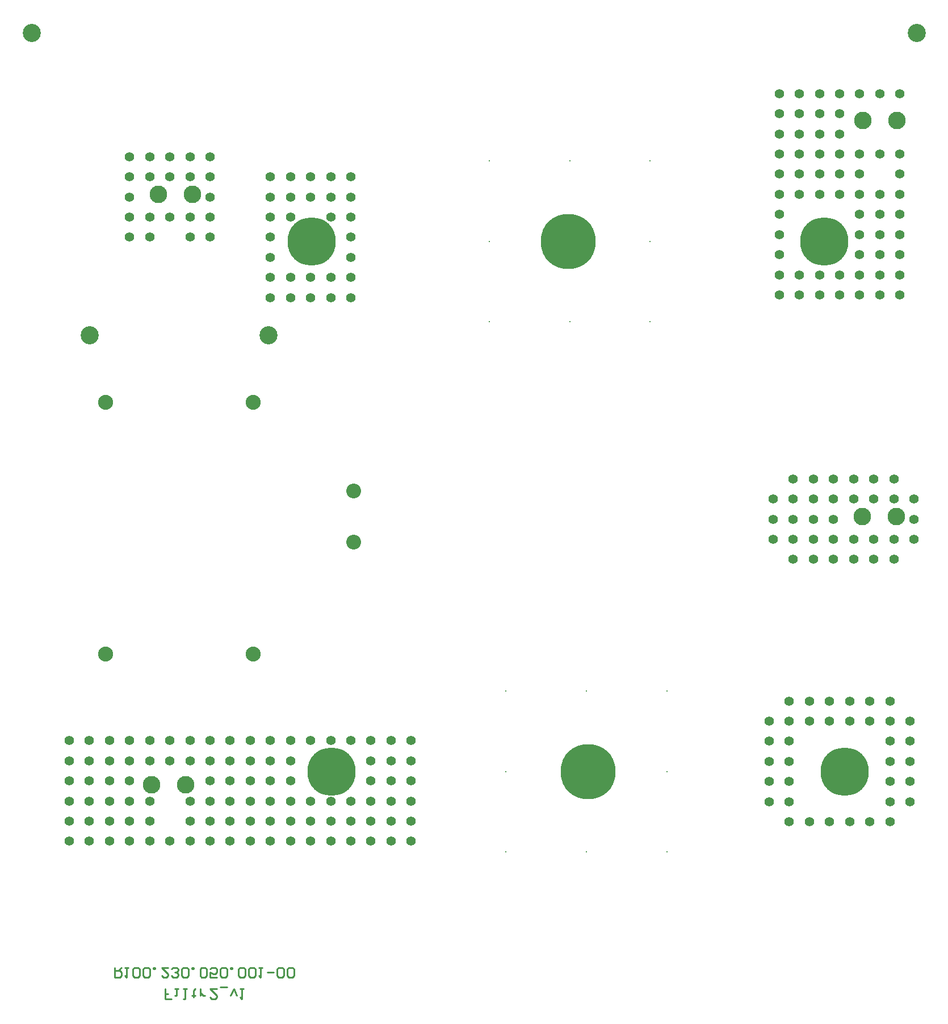
<source format=gbs>
G04 Layer_Color=16711935*
%FSLAX24Y24*%
%MOIN*%
G70*
G01*
G75*
%ADD22C,0.0098*%
%ADD24C,0.0867*%
%ADD25C,0.1030*%
%ADD26C,0.1064*%
%ADD27C,0.0880*%
%ADD28C,0.3230*%
%ADD29C,0.2836*%
%ADD30C,0.0080*%
%ADD31C,0.0552*%
D22*
X5661Y5039D02*
Y4449D01*
X5956D01*
X6055Y4547D01*
Y4744D01*
X5956Y4842D01*
X5661D01*
X5858D02*
X6055Y5039D01*
X6252D02*
X6448D01*
X6350D01*
Y4449D01*
X6252Y4547D01*
X6743D02*
X6842Y4449D01*
X7039D01*
X7137Y4547D01*
Y4941D01*
X7039Y5039D01*
X6842D01*
X6743Y4941D01*
Y4547D01*
X7334D02*
X7432Y4449D01*
X7629D01*
X7727Y4547D01*
Y4941D01*
X7629Y5039D01*
X7432D01*
X7334Y4941D01*
Y4547D01*
X7924Y5039D02*
Y4941D01*
X8023D01*
Y5039D01*
X7924D01*
X8810D02*
X8416D01*
X8810Y4646D01*
Y4547D01*
X8711Y4449D01*
X8515D01*
X8416Y4547D01*
X9007D02*
X9105Y4449D01*
X9302D01*
X9400Y4547D01*
Y4646D01*
X9302Y4744D01*
X9203D01*
X9302D01*
X9400Y4842D01*
Y4941D01*
X9302Y5039D01*
X9105D01*
X9007Y4941D01*
X9597Y4547D02*
X9695Y4449D01*
X9892D01*
X9990Y4547D01*
Y4941D01*
X9892Y5039D01*
X9695D01*
X9597Y4941D01*
Y4547D01*
X10187Y5039D02*
Y4941D01*
X10286D01*
Y5039D01*
X10187D01*
X10679Y4547D02*
X10778Y4449D01*
X10974D01*
X11073Y4547D01*
Y4941D01*
X10974Y5039D01*
X10778D01*
X10679Y4941D01*
Y4547D01*
X11663Y4449D02*
X11270D01*
Y4744D01*
X11466Y4646D01*
X11565D01*
X11663Y4744D01*
Y4941D01*
X11565Y5039D01*
X11368D01*
X11270Y4941D01*
X11860Y4547D02*
X11958Y4449D01*
X12155D01*
X12254Y4547D01*
Y4941D01*
X12155Y5039D01*
X11958D01*
X11860Y4941D01*
Y4547D01*
X12450Y5039D02*
Y4941D01*
X12549D01*
Y5039D01*
X12450D01*
X12942Y4547D02*
X13041Y4449D01*
X13237D01*
X13336Y4547D01*
Y4941D01*
X13237Y5039D01*
X13041D01*
X12942Y4941D01*
Y4547D01*
X13533D02*
X13631Y4449D01*
X13828D01*
X13926Y4547D01*
Y4941D01*
X13828Y5039D01*
X13631D01*
X13533Y4941D01*
Y4547D01*
X14123Y5039D02*
X14320D01*
X14221D01*
Y4449D01*
X14123Y4547D01*
X14615Y4744D02*
X15009D01*
X15205Y4547D02*
X15304Y4449D01*
X15500D01*
X15599Y4547D01*
Y4941D01*
X15500Y5039D01*
X15304D01*
X15205Y4941D01*
Y4547D01*
X15796D02*
X15894Y4449D01*
X16091D01*
X16189Y4547D01*
Y4941D01*
X16091Y5039D01*
X15894D01*
X15796Y4941D01*
Y4547D01*
X9007Y3203D02*
X8613D01*
Y3498D01*
X8810D01*
X8613D01*
Y3794D01*
X9203D02*
X9400D01*
X9302D01*
Y3400D01*
X9203D01*
X9695Y3794D02*
X9892D01*
X9794D01*
Y3203D01*
X9695D01*
X10286Y3302D02*
Y3400D01*
X10187D01*
X10384D01*
X10286D01*
Y3695D01*
X10384Y3794D01*
X10679Y3400D02*
Y3794D01*
Y3597D01*
X10778Y3498D01*
X10876Y3400D01*
X10974D01*
X11663Y3794D02*
X11270D01*
X11663Y3400D01*
Y3302D01*
X11565Y3203D01*
X11368D01*
X11270Y3302D01*
X11860Y3892D02*
X12254D01*
X12450Y3400D02*
X12647Y3794D01*
X12844Y3400D01*
X13041Y3794D02*
X13237D01*
X13139D01*
Y3203D01*
X13041Y3302D01*
D24*
X19685Y29996D02*
D03*
Y32996D02*
D03*
D25*
X7843Y15748D02*
D03*
X9843D02*
D03*
X49606Y54724D02*
D03*
X51606D02*
D03*
X8236Y50394D02*
D03*
X10236D02*
D03*
X49575Y31496D02*
D03*
X51575D02*
D03*
D26*
X14699Y42126D02*
D03*
X4199D02*
D03*
X787Y59843D02*
D03*
X52756D02*
D03*
D27*
X5118Y38189D02*
D03*
Y23425D02*
D03*
X13780Y38189D02*
D03*
Y23425D02*
D03*
D28*
X32283Y47638D02*
D03*
X33465Y16535D02*
D03*
D29*
X47343Y47638D02*
D03*
X17224D02*
D03*
X48524Y16535D02*
D03*
X18406D02*
D03*
D30*
X37106Y42913D02*
D03*
X32382D02*
D03*
X27657D02*
D03*
Y47638D02*
D03*
X37106D02*
D03*
X27657Y52362D02*
D03*
X32382D02*
D03*
X37106D02*
D03*
X28642Y11811D02*
D03*
X33366D02*
D03*
X38091D02*
D03*
X28642Y16535D02*
D03*
X38091D02*
D03*
Y21260D02*
D03*
X33366D02*
D03*
X28642D02*
D03*
D31*
X23071Y18346D02*
D03*
Y17165D02*
D03*
Y15984D02*
D03*
Y14803D02*
D03*
Y13622D02*
D03*
Y12441D02*
D03*
X21890Y18346D02*
D03*
Y17165D02*
D03*
Y15984D02*
D03*
Y14803D02*
D03*
Y13622D02*
D03*
Y12441D02*
D03*
X20709Y18346D02*
D03*
Y17165D02*
D03*
Y15984D02*
D03*
Y14803D02*
D03*
Y13622D02*
D03*
Y12441D02*
D03*
X19528Y18346D02*
D03*
Y14803D02*
D03*
Y13622D02*
D03*
Y12441D02*
D03*
X18346Y18346D02*
D03*
Y14803D02*
D03*
Y13622D02*
D03*
Y12441D02*
D03*
X17165Y18346D02*
D03*
Y14803D02*
D03*
Y13622D02*
D03*
Y12441D02*
D03*
X15984Y18346D02*
D03*
Y17165D02*
D03*
Y15984D02*
D03*
Y14803D02*
D03*
Y13622D02*
D03*
Y12441D02*
D03*
X14803Y18346D02*
D03*
Y17165D02*
D03*
Y15984D02*
D03*
Y14803D02*
D03*
Y13622D02*
D03*
Y12441D02*
D03*
X13622Y18346D02*
D03*
Y17165D02*
D03*
Y15984D02*
D03*
Y14803D02*
D03*
Y13622D02*
D03*
Y12441D02*
D03*
X12441Y18346D02*
D03*
Y17165D02*
D03*
Y15984D02*
D03*
Y14803D02*
D03*
Y13622D02*
D03*
Y12441D02*
D03*
X11260Y18346D02*
D03*
Y17165D02*
D03*
Y15984D02*
D03*
Y14803D02*
D03*
Y13622D02*
D03*
Y12441D02*
D03*
X10079Y18346D02*
D03*
Y17165D02*
D03*
Y14803D02*
D03*
Y13622D02*
D03*
Y12441D02*
D03*
X8898Y18346D02*
D03*
Y17165D02*
D03*
Y12441D02*
D03*
X7717Y18346D02*
D03*
Y17165D02*
D03*
Y14803D02*
D03*
Y13622D02*
D03*
Y12441D02*
D03*
X6535Y18346D02*
D03*
Y17165D02*
D03*
Y15984D02*
D03*
Y14803D02*
D03*
Y13622D02*
D03*
Y12441D02*
D03*
X5354Y18346D02*
D03*
Y17165D02*
D03*
Y15984D02*
D03*
Y14803D02*
D03*
Y13622D02*
D03*
Y12441D02*
D03*
X4173Y18346D02*
D03*
Y17165D02*
D03*
Y15984D02*
D03*
Y14803D02*
D03*
Y13622D02*
D03*
Y12441D02*
D03*
X2992Y18346D02*
D03*
Y17165D02*
D03*
Y15984D02*
D03*
Y14803D02*
D03*
Y13622D02*
D03*
Y12441D02*
D03*
X19528Y51417D02*
D03*
Y50236D02*
D03*
Y49055D02*
D03*
Y47874D02*
D03*
Y46693D02*
D03*
Y45512D02*
D03*
Y44331D02*
D03*
X18346Y51417D02*
D03*
Y50236D02*
D03*
Y49055D02*
D03*
Y45512D02*
D03*
Y44331D02*
D03*
X17165Y51417D02*
D03*
Y50236D02*
D03*
Y45512D02*
D03*
Y44331D02*
D03*
X15984Y51417D02*
D03*
Y50236D02*
D03*
Y49055D02*
D03*
Y45512D02*
D03*
Y44331D02*
D03*
X14803Y51417D02*
D03*
Y50236D02*
D03*
Y49055D02*
D03*
Y47874D02*
D03*
Y46693D02*
D03*
Y45512D02*
D03*
Y44331D02*
D03*
X11260Y52598D02*
D03*
Y51417D02*
D03*
Y50236D02*
D03*
Y49055D02*
D03*
Y47874D02*
D03*
X10079Y52598D02*
D03*
Y51417D02*
D03*
Y49055D02*
D03*
Y47874D02*
D03*
X8898Y52598D02*
D03*
Y51417D02*
D03*
Y49055D02*
D03*
X7717Y52598D02*
D03*
Y51417D02*
D03*
Y49055D02*
D03*
Y47874D02*
D03*
X6535Y52598D02*
D03*
Y51417D02*
D03*
Y50236D02*
D03*
Y49055D02*
D03*
Y47874D02*
D03*
X52598Y32520D02*
D03*
Y31339D02*
D03*
Y30157D02*
D03*
X51417Y33701D02*
D03*
Y32520D02*
D03*
Y30157D02*
D03*
Y28976D02*
D03*
X50236Y33701D02*
D03*
Y32520D02*
D03*
Y30157D02*
D03*
Y28976D02*
D03*
X49055Y33701D02*
D03*
Y32520D02*
D03*
Y30157D02*
D03*
Y28976D02*
D03*
X47874Y33701D02*
D03*
Y32520D02*
D03*
Y31339D02*
D03*
Y30157D02*
D03*
Y28976D02*
D03*
X46693Y33701D02*
D03*
Y32520D02*
D03*
Y31339D02*
D03*
Y30157D02*
D03*
Y28976D02*
D03*
X45512Y33701D02*
D03*
Y32520D02*
D03*
Y31339D02*
D03*
Y30157D02*
D03*
Y28976D02*
D03*
X44331Y32520D02*
D03*
Y31339D02*
D03*
Y30157D02*
D03*
X52362Y19488D02*
D03*
Y18307D02*
D03*
Y17126D02*
D03*
Y15945D02*
D03*
Y14764D02*
D03*
X51181Y20669D02*
D03*
Y19488D02*
D03*
Y18307D02*
D03*
Y17126D02*
D03*
Y15945D02*
D03*
Y14764D02*
D03*
Y13583D02*
D03*
X50000Y20669D02*
D03*
Y19488D02*
D03*
Y13583D02*
D03*
X48819Y20669D02*
D03*
Y19488D02*
D03*
Y13583D02*
D03*
X47638Y20669D02*
D03*
Y19488D02*
D03*
Y13583D02*
D03*
X46457Y20669D02*
D03*
Y19488D02*
D03*
Y13583D02*
D03*
X45276Y20669D02*
D03*
Y19488D02*
D03*
Y18307D02*
D03*
Y17126D02*
D03*
Y15945D02*
D03*
Y14764D02*
D03*
Y13583D02*
D03*
X44094Y19488D02*
D03*
Y18307D02*
D03*
Y17126D02*
D03*
Y15945D02*
D03*
Y14764D02*
D03*
X51772Y56299D02*
D03*
Y52756D02*
D03*
Y51575D02*
D03*
Y50394D02*
D03*
Y49213D02*
D03*
Y48032D02*
D03*
Y46850D02*
D03*
Y45669D02*
D03*
Y44488D02*
D03*
X50591Y56299D02*
D03*
Y52756D02*
D03*
Y50394D02*
D03*
Y49213D02*
D03*
Y48032D02*
D03*
Y46850D02*
D03*
Y45669D02*
D03*
Y44488D02*
D03*
X49409Y56299D02*
D03*
Y52756D02*
D03*
Y51575D02*
D03*
Y50394D02*
D03*
Y49213D02*
D03*
Y48032D02*
D03*
Y46850D02*
D03*
Y45669D02*
D03*
Y44488D02*
D03*
X48228Y56299D02*
D03*
Y55118D02*
D03*
Y53937D02*
D03*
Y52756D02*
D03*
Y51575D02*
D03*
Y50394D02*
D03*
Y45669D02*
D03*
Y44488D02*
D03*
X47047Y56299D02*
D03*
Y55118D02*
D03*
Y53937D02*
D03*
Y52756D02*
D03*
Y51575D02*
D03*
Y50394D02*
D03*
Y45669D02*
D03*
Y44488D02*
D03*
X45866Y56299D02*
D03*
Y55118D02*
D03*
Y53937D02*
D03*
Y52756D02*
D03*
Y51575D02*
D03*
Y50394D02*
D03*
Y45669D02*
D03*
Y44488D02*
D03*
X44685Y56299D02*
D03*
Y55118D02*
D03*
Y53937D02*
D03*
Y52756D02*
D03*
Y51575D02*
D03*
Y50394D02*
D03*
Y49213D02*
D03*
Y48032D02*
D03*
Y46850D02*
D03*
Y45669D02*
D03*
Y44488D02*
D03*
M02*

</source>
